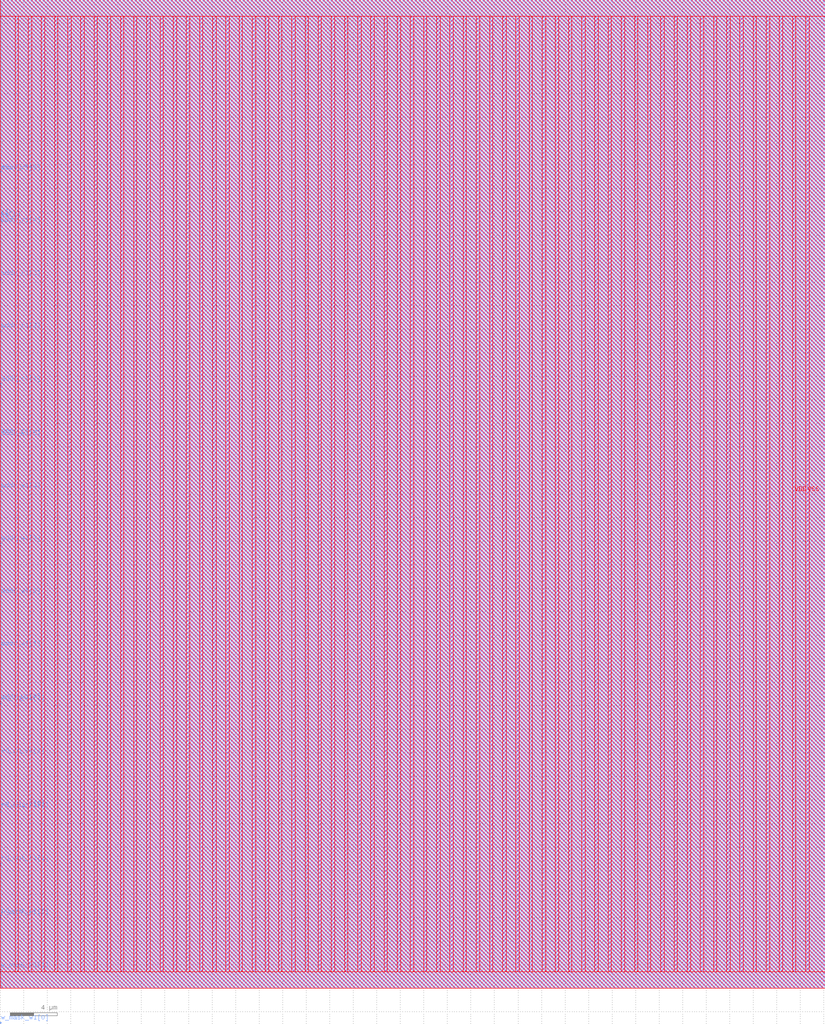
<source format=lef>
VERSION 5.7 ;
BUSBITCHARS "[]" ;
MACRO sram_3x1_1r1w
  FOREIGN sram_3x1_1r1w 0 0 ;
  SYMMETRY X Y R90 ;
  SIZE 70.110 BY 84.000 ;
  CLASS BLOCK ;
  PIN w_mask_w1[0]
    DIRECTION INPUT ;
    USE SIGNAL ;
    SHAPE ABUTMENT ;
    PORT
      LAYER metal3 ;
      RECT 0.000 -2.975 0.070 -2.905 ;
    END
  END w_mask_w1[0]
  PIN w_mask_w1[1]
    DIRECTION INPUT ;
    USE SIGNAL ;
    SHAPE ABUTMENT ;
    PORT
      LAYER metal3 ;
      RECT 0.000 1.505 0.070 1.575 ;
    END
  END w_mask_w1[1]
  PIN w_mask_w1[2]
    DIRECTION INPUT ;
    USE SIGNAL ;
    SHAPE ABUTMENT ;
    PORT
      LAYER metal3 ;
      RECT 0.000 5.985 0.070 6.055 ;
    END
  END w_mask_w1[2]
  PIN rd_out_r1[0]
    DIRECTION OUTPUT ;
    USE SIGNAL ;
    SHAPE ABUTMENT ;
    PORT
      LAYER metal3 ;
      RECT 0.000 6.125 0.070 6.195 ;
    END
  END rd_out_r1[0]
  PIN rd_out_r1[1]
    DIRECTION OUTPUT ;
    USE SIGNAL ;
    SHAPE ABUTMENT ;
    PORT
      LAYER metal3 ;
      RECT 0.000 10.605 0.070 10.675 ;
    END
  END rd_out_r1[1]
  PIN rd_out_r1[2]
    DIRECTION OUTPUT ;
    USE SIGNAL ;
    SHAPE ABUTMENT ;
    PORT
      LAYER metal3 ;
      RECT 0.000 15.085 0.070 15.155 ;
    END
  END rd_out_r1[2]
  PIN wd_in_w1[0]
    DIRECTION INPUT ;
    USE SIGNAL ;
    SHAPE ABUTMENT ;
    PORT
      LAYER metal3 ;
      RECT 0.000 15.225 0.070 15.295 ;
    END
  END wd_in_w1[0]
  PIN wd_in_w1[1]
    DIRECTION INPUT ;
    USE SIGNAL ;
    SHAPE ABUTMENT ;
    PORT
      LAYER metal3 ;
      RECT 0.000 19.705 0.070 19.775 ;
    END
  END wd_in_w1[1]
  PIN wd_in_w1[2]
    DIRECTION INPUT ;
    USE SIGNAL ;
    SHAPE ABUTMENT ;
    PORT
      LAYER metal3 ;
      RECT 0.000 24.185 0.070 24.255 ;
    END
  END wd_in_w1[2]
  PIN addr_w1[0]
    DIRECTION INPUT ;
    USE SIGNAL ;
    SHAPE ABUTMENT ;
    PORT
      LAYER metal3 ;
      RECT 0.000 24.325 0.070 24.395 ;
    END
  END addr_w1[0]
  PIN addr_w1[1]
    DIRECTION INPUT ;
    USE SIGNAL ;
    SHAPE ABUTMENT ;
    PORT
      LAYER metal3 ;
      RECT 0.000 28.805 0.070 28.875 ;
    END
  END addr_w1[1]
  PIN addr_w1[2]
    DIRECTION INPUT ;
    USE SIGNAL ;
    SHAPE ABUTMENT ;
    PORT
      LAYER metal3 ;
      RECT 0.000 33.285 0.070 33.355 ;
    END
  END addr_w1[2]
  PIN addr_w1[3]
    DIRECTION INPUT ;
    USE SIGNAL ;
    SHAPE ABUTMENT ;
    PORT
      LAYER metal3 ;
      RECT 0.000 37.765 0.070 37.835 ;
    END
  END addr_w1[3]
  PIN addr_w1[4]
    DIRECTION INPUT ;
    USE SIGNAL ;
    SHAPE ABUTMENT ;
    PORT
      LAYER metal3 ;
      RECT 0.000 42.245 0.070 42.315 ;
    END
  END addr_w1[4]
  PIN addr_w1[5]
    DIRECTION INPUT ;
    USE SIGNAL ;
    SHAPE ABUTMENT ;
    PORT
      LAYER metal3 ;
      RECT 0.000 46.725 0.070 46.795 ;
    END
  END addr_w1[5]
  PIN addr_r1[0]
    DIRECTION INPUT ;
    USE SIGNAL ;
    SHAPE ABUTMENT ;
    PORT
      LAYER metal3 ;
      RECT 0.000 46.865 0.070 46.935 ;
    END
  END addr_r1[0]
  PIN addr_r1[1]
    DIRECTION INPUT ;
    USE SIGNAL ;
    SHAPE ABUTMENT ;
    PORT
      LAYER metal3 ;
      RECT 0.000 51.345 0.070 51.415 ;
    END
  END addr_r1[1]
  PIN addr_r1[2]
    DIRECTION INPUT ;
    USE SIGNAL ;
    SHAPE ABUTMENT ;
    PORT
      LAYER metal3 ;
      RECT 0.000 55.825 0.070 55.895 ;
    END
  END addr_r1[2]
  PIN addr_r1[3]
    DIRECTION INPUT ;
    USE SIGNAL ;
    SHAPE ABUTMENT ;
    PORT
      LAYER metal3 ;
      RECT 0.000 60.305 0.070 60.375 ;
    END
  END addr_r1[3]
  PIN addr_r1[4]
    DIRECTION INPUT ;
    USE SIGNAL ;
    SHAPE ABUTMENT ;
    PORT
      LAYER metal3 ;
      RECT 0.000 64.785 0.070 64.855 ;
    END
  END addr_r1[4]
  PIN addr_r1[5]
    DIRECTION INPUT ;
    USE SIGNAL ;
    SHAPE ABUTMENT ;
    PORT
      LAYER metal3 ;
      RECT 0.000 69.265 0.070 69.335 ;
    END
  END addr_r1[5]
  PIN we_in_w1
    DIRECTION INPUT ;
    USE SIGNAL ;
    SHAPE ABUTMENT ;
    PORT
      LAYER metal3 ;
      RECT 0.000 69.405 0.070 69.475 ;
    END
  END we_in_w1
  PIN ce_w1
    DIRECTION INPUT ;
    USE SIGNAL ;
    SHAPE ABUTMENT ;
    PORT
      LAYER metal3 ;
      RECT 0.000 65.205 0.070 65.275 ;
    END
  END ce_w1
  PIN ce_r1
    DIRECTION INPUT ;
    USE SIGNAL ;
    SHAPE ABUTMENT ;
    PORT
      LAYER metal3 ;
      RECT 0.000 65.345 0.070 65.415 ;
    END
  END ce_r1
  PIN clk
    DIRECTION INPUT ;
    USE SIGNAL ;
    SHAPE ABUTMENT ;
    PORT
      LAYER metal3 ;
      RECT 0.000 65.485 0.070 65.555 ;
    END
  END clk
  PIN VSS
    DIRECTION INOUT ;
    USE GROUND ;
    PORT
      LAYER metal4 ;
      RECT 1.260 1.400 1.540 82.600 ;
      RECT 3.500 1.400 3.780 82.600 ;
      RECT 5.740 1.400 6.020 82.600 ;
      RECT 7.980 1.400 8.260 82.600 ;
      RECT 10.220 1.400 10.500 82.600 ;
      RECT 12.460 1.400 12.740 82.600 ;
      RECT 14.700 1.400 14.980 82.600 ;
      RECT 16.940 1.400 17.220 82.600 ;
      RECT 19.180 1.400 19.460 82.600 ;
      RECT 21.420 1.400 21.700 82.600 ;
      RECT 23.660 1.400 23.940 82.600 ;
      RECT 25.900 1.400 26.180 82.600 ;
      RECT 28.140 1.400 28.420 82.600 ;
      RECT 30.380 1.400 30.660 82.600 ;
      RECT 32.620 1.400 32.900 82.600 ;
      RECT 34.860 1.400 35.140 82.600 ;
      RECT 37.100 1.400 37.380 82.600 ;
      RECT 39.340 1.400 39.620 82.600 ;
      RECT 41.580 1.400 41.860 82.600 ;
      RECT 43.820 1.400 44.100 82.600 ;
      RECT 46.060 1.400 46.340 82.600 ;
      RECT 48.300 1.400 48.580 82.600 ;
      RECT 50.540 1.400 50.820 82.600 ;
      RECT 52.780 1.400 53.060 82.600 ;
      RECT 55.020 1.400 55.300 82.600 ;
      RECT 57.260 1.400 57.540 82.600 ;
      RECT 59.500 1.400 59.780 82.600 ;
      RECT 61.740 1.400 62.020 82.600 ;
      RECT 63.980 1.400 64.260 82.600 ;
      RECT 66.220 1.400 66.500 82.600 ;
      RECT 68.460 1.400 68.740 82.600 ;
    END
  END VSS
  PIN VDD
    DIRECTION INOUT ;
    USE POWER ;
    PORT
      LAYER metal4 ;
      RECT 2.380 1.400 2.660 82.600 ;
      RECT 4.620 1.400 4.900 82.600 ;
      RECT 6.860 1.400 7.140 82.600 ;
      RECT 9.100 1.400 9.380 82.600 ;
      RECT 11.340 1.400 11.620 82.600 ;
      RECT 13.580 1.400 13.860 82.600 ;
      RECT 15.820 1.400 16.100 82.600 ;
      RECT 18.060 1.400 18.340 82.600 ;
      RECT 20.300 1.400 20.580 82.600 ;
      RECT 22.540 1.400 22.820 82.600 ;
      RECT 24.780 1.400 25.060 82.600 ;
      RECT 27.020 1.400 27.300 82.600 ;
      RECT 29.260 1.400 29.540 82.600 ;
      RECT 31.500 1.400 31.780 82.600 ;
      RECT 33.740 1.400 34.020 82.600 ;
      RECT 35.980 1.400 36.260 82.600 ;
      RECT 38.220 1.400 38.500 82.600 ;
      RECT 40.460 1.400 40.740 82.600 ;
      RECT 42.700 1.400 42.980 82.600 ;
      RECT 44.940 1.400 45.220 82.600 ;
      RECT 47.180 1.400 47.460 82.600 ;
      RECT 49.420 1.400 49.700 82.600 ;
      RECT 51.660 1.400 51.940 82.600 ;
      RECT 53.900 1.400 54.180 82.600 ;
      RECT 56.140 1.400 56.420 82.600 ;
      RECT 58.380 1.400 58.660 82.600 ;
      RECT 60.620 1.400 60.900 82.600 ;
      RECT 62.860 1.400 63.140 82.600 ;
      RECT 65.100 1.400 65.380 82.600 ;
      RECT 67.340 1.400 67.620 82.600 ;
    END
  END VDD
  OBS
    LAYER metal1 ;
    RECT 0 0 70.110 84.000 ;
    LAYER metal2 ;
    RECT 0 0 70.110 84.000 ;
    LAYER metal3 ;
    RECT 0.070 0 70.110 84.000 ;
    RECT 0 0.000 0.070 1.365 ;
    RECT 0 1.435 0.070 5.845 ;
    RECT 0 5.915 0.070 10.325 ;
    RECT 0 10.395 0.070 10.465 ;
    RECT 0 10.535 0.070 14.945 ;
    RECT 0 15.015 0.070 19.425 ;
    RECT 0 19.495 0.070 19.565 ;
    RECT 0 19.635 0.070 24.045 ;
    RECT 0 24.115 0.070 28.525 ;
    RECT 0 28.595 0.070 28.665 ;
    RECT 0 28.735 0.070 33.145 ;
    RECT 0 33.215 0.070 37.625 ;
    RECT 0 37.695 0.070 42.105 ;
    RECT 0 42.175 0.070 46.585 ;
    RECT 0 46.655 0.070 51.065 ;
    RECT 0 51.135 0.070 51.205 ;
    RECT 0 51.275 0.070 55.685 ;
    RECT 0 55.755 0.070 60.165 ;
    RECT 0 60.235 0.070 84.000 ;
    LAYER metal4 ;
    RECT 0 0 70.110 1.400 ;
    RECT 0 82.600 70.110 84.000 ;
    RECT 0.000 1.400 1.260 82.600 ;
    RECT 1.540 1.400 2.380 82.600 ;
    RECT 2.660 1.400 3.500 82.600 ;
    RECT 3.780 1.400 4.620 82.600 ;
    RECT 4.900 1.400 5.740 82.600 ;
    RECT 6.020 1.400 6.860 82.600 ;
    RECT 7.140 1.400 7.980 82.600 ;
    RECT 8.260 1.400 9.100 82.600 ;
    RECT 9.380 1.400 10.220 82.600 ;
    RECT 10.500 1.400 11.340 82.600 ;
    RECT 11.620 1.400 12.460 82.600 ;
    RECT 12.740 1.400 13.580 82.600 ;
    RECT 13.860 1.400 14.700 82.600 ;
    RECT 14.980 1.400 15.820 82.600 ;
    RECT 16.100 1.400 16.940 82.600 ;
    RECT 17.220 1.400 18.060 82.600 ;
    RECT 18.340 1.400 19.180 82.600 ;
    RECT 19.460 1.400 20.300 82.600 ;
    RECT 20.580 1.400 21.420 82.600 ;
    RECT 21.700 1.400 22.540 82.600 ;
    RECT 22.820 1.400 23.660 82.600 ;
    RECT 23.940 1.400 24.780 82.600 ;
    RECT 25.060 1.400 25.900 82.600 ;
    RECT 26.180 1.400 27.020 82.600 ;
    RECT 27.300 1.400 28.140 82.600 ;
    RECT 28.420 1.400 29.260 82.600 ;
    RECT 29.540 1.400 30.380 82.600 ;
    RECT 30.660 1.400 31.500 82.600 ;
    RECT 31.780 1.400 32.620 82.600 ;
    RECT 32.900 1.400 33.740 82.600 ;
    RECT 34.020 1.400 34.860 82.600 ;
    RECT 35.140 1.400 35.980 82.600 ;
    RECT 36.260 1.400 37.100 82.600 ;
    RECT 37.380 1.400 38.220 82.600 ;
    RECT 38.500 1.400 39.340 82.600 ;
    RECT 39.620 1.400 40.460 82.600 ;
    RECT 40.740 1.400 41.580 82.600 ;
    RECT 41.860 1.400 42.700 82.600 ;
    RECT 42.980 1.400 43.820 82.600 ;
    RECT 44.100 1.400 44.940 82.600 ;
    RECT 45.220 1.400 46.060 82.600 ;
    RECT 46.340 1.400 47.180 82.600 ;
    RECT 47.460 1.400 48.300 82.600 ;
    RECT 48.580 1.400 49.420 82.600 ;
    RECT 49.700 1.400 50.540 82.600 ;
    RECT 50.820 1.400 51.660 82.600 ;
    RECT 51.940 1.400 52.780 82.600 ;
    RECT 53.060 1.400 53.900 82.600 ;
    RECT 54.180 1.400 55.020 82.600 ;
    RECT 55.300 1.400 56.140 82.600 ;
    RECT 56.420 1.400 57.260 82.600 ;
    RECT 57.540 1.400 58.380 82.600 ;
    RECT 58.660 1.400 59.500 82.600 ;
    RECT 59.780 1.400 60.620 82.600 ;
    RECT 60.900 1.400 61.740 82.600 ;
    RECT 62.020 1.400 62.860 82.600 ;
    RECT 63.140 1.400 63.980 82.600 ;
    RECT 64.260 1.400 65.100 82.600 ;
    RECT 65.380 1.400 66.220 82.600 ;
    RECT 66.500 1.400 67.340 82.600 ;
    RECT 67.620 1.400 68.460 82.600 ;
    RECT 68.740 1.400 70.110 82.600 ;
    LAYER OVERLAP ;
    RECT 0 0 70.110 84.000 ;
  END
END sram_3x1_1r1w

END LIBRARY

</source>
